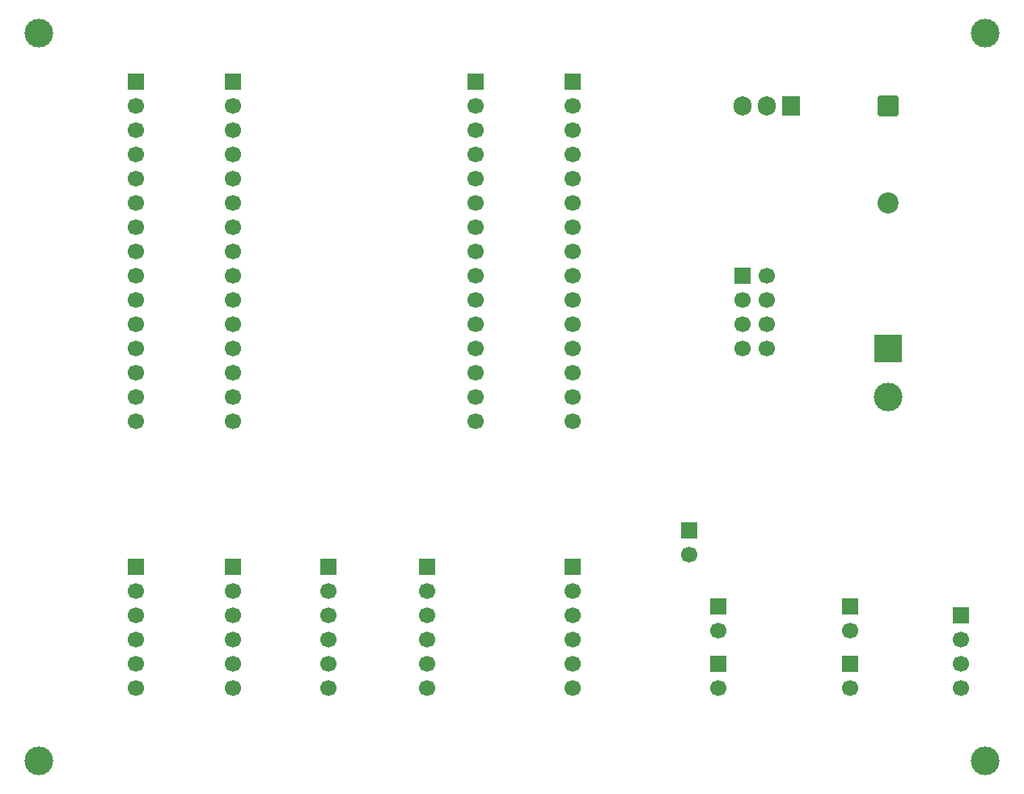
<source format=gbr>
%TF.GenerationSoftware,KiCad,Pcbnew,9.0.2*%
%TF.CreationDate,2025-06-11T20:50:33-03:00*%
%TF.ProjectId,rome,726f6d65-2e6b-4696-9361-645f70636258,0.1*%
%TF.SameCoordinates,Original*%
%TF.FileFunction,Soldermask,Bot*%
%TF.FilePolarity,Negative*%
%FSLAX46Y46*%
G04 Gerber Fmt 4.6, Leading zero omitted, Abs format (unit mm)*
G04 Created by KiCad (PCBNEW 9.0.2) date 2025-06-11 20:50:33*
%MOMM*%
%LPD*%
G01*
G04 APERTURE LIST*
G04 Aperture macros list*
%AMRoundRect*
0 Rectangle with rounded corners*
0 $1 Rounding radius*
0 $2 $3 $4 $5 $6 $7 $8 $9 X,Y pos of 4 corners*
0 Add a 4 corners polygon primitive as box body*
4,1,4,$2,$3,$4,$5,$6,$7,$8,$9,$2,$3,0*
0 Add four circle primitives for the rounded corners*
1,1,$1+$1,$2,$3*
1,1,$1+$1,$4,$5*
1,1,$1+$1,$6,$7*
1,1,$1+$1,$8,$9*
0 Add four rect primitives between the rounded corners*
20,1,$1+$1,$2,$3,$4,$5,0*
20,1,$1+$1,$4,$5,$6,$7,0*
20,1,$1+$1,$6,$7,$8,$9,0*
20,1,$1+$1,$8,$9,$2,$3,0*%
G04 Aperture macros list end*
%ADD10R,3.000000X3.000000*%
%ADD11C,3.000000*%
%ADD12R,1.700000X1.700000*%
%ADD13C,1.700000*%
%ADD14R,1.905000X2.000000*%
%ADD15O,1.905000X2.000000*%
%ADD16RoundRect,0.249999X-0.850001X0.850001X-0.850001X-0.850001X0.850001X-0.850001X0.850001X0.850001X0*%
%ADD17C,2.200000*%
G04 APERTURE END LIST*
D10*
%TO.C,J1*%
X182880000Y-101600000D03*
D11*
X182880000Y-106680000D03*
%TD*%
D12*
%TO.C,HV1*%
X124300000Y-124460000D03*
D13*
X124300000Y-127000000D03*
X124300000Y-129540000D03*
X124300000Y-132080000D03*
X124300000Y-134620000D03*
X124300000Y-137160000D03*
%TD*%
D12*
%TO.C,LVE1*%
X104140000Y-124460000D03*
D13*
X104140000Y-127000000D03*
X104140000Y-129540000D03*
X104140000Y-132080000D03*
X104140000Y-134620000D03*
X104140000Y-137160000D03*
%TD*%
D12*
%TO.C,DEVE1*%
X149860000Y-73660000D03*
D13*
X149860000Y-76200000D03*
X149860000Y-78740000D03*
X149860000Y-81280000D03*
X149860000Y-83820000D03*
X149860000Y-86360000D03*
X149860000Y-88900000D03*
X149860000Y-91440000D03*
X149860000Y-93980000D03*
X149860000Y-96520000D03*
X149860000Y-99060000D03*
X149860000Y-101600000D03*
X149860000Y-104140000D03*
X149860000Y-106680000D03*
X149860000Y-109220000D03*
%TD*%
D12*
%TO.C,HBE1*%
X149860000Y-124460000D03*
D13*
X149860000Y-127000000D03*
X149860000Y-129540000D03*
X149860000Y-132080000D03*
X149860000Y-134620000D03*
X149860000Y-137160000D03*
%TD*%
D12*
%TO.C,LV1*%
X114300000Y-124460000D03*
D13*
X114300000Y-127000000D03*
X114300000Y-129540000D03*
X114300000Y-132080000D03*
X114300000Y-134620000D03*
X114300000Y-137160000D03*
%TD*%
D11*
%TO.C,UNK_HOLE_1*%
X93980000Y-144780000D03*
%TD*%
%TO.C,UNK_HOLE_1*%
X93980000Y-68580000D03*
%TD*%
D12*
%TO.C,HBOUT2*%
X178900000Y-134620000D03*
D13*
X178900000Y-137160000D03*
%TD*%
D12*
%TO.C,HBIN1*%
X165100000Y-128620000D03*
D13*
X165100000Y-131160000D03*
%TD*%
D12*
%TO.C,HVE1*%
X134620000Y-124460000D03*
D13*
X134620000Y-127000000D03*
X134620000Y-129540000D03*
X134620000Y-132080000D03*
X134620000Y-134620000D03*
X134620000Y-137160000D03*
%TD*%
D12*
%TO.C,DEV1*%
X139700000Y-73660000D03*
D13*
X139700000Y-76200000D03*
X139700000Y-78740000D03*
X139700000Y-81280000D03*
X139700000Y-83820000D03*
X139700000Y-86360000D03*
X139700000Y-88900000D03*
X139700000Y-91440000D03*
X139700000Y-93980000D03*
X139700000Y-96520000D03*
X139700000Y-99060000D03*
X139700000Y-101600000D03*
X139700000Y-104140000D03*
X139700000Y-106680000D03*
X139700000Y-109220000D03*
%TD*%
D14*
%TO.C,U3*%
X172720000Y-76200000D03*
D15*
X170180000Y-76200000D03*
X167640000Y-76200000D03*
%TD*%
D12*
%TO.C,J2*%
X167640000Y-93980000D03*
D13*
X170180000Y-93980000D03*
X167640000Y-96520000D03*
X170180000Y-96520000D03*
X167640000Y-99060000D03*
X170180000Y-99060000D03*
X167640000Y-101600000D03*
X170180000Y-101600000D03*
%TD*%
D12*
%TO.C,DEV2*%
X114300000Y-73660000D03*
D13*
X114300000Y-76200000D03*
X114300000Y-78740000D03*
X114300000Y-81280000D03*
X114300000Y-83820000D03*
X114300000Y-86360000D03*
X114300000Y-88900000D03*
X114300000Y-91440000D03*
X114300000Y-93980000D03*
X114300000Y-96520000D03*
X114300000Y-99060000D03*
X114300000Y-101600000D03*
X114300000Y-104140000D03*
X114300000Y-106680000D03*
X114300000Y-109220000D03*
%TD*%
D12*
%TO.C,HBE2*%
X190500000Y-129540000D03*
D13*
X190500000Y-132080000D03*
X190500000Y-134620000D03*
X190500000Y-137160000D03*
%TD*%
D11*
%TO.C,UNK_HOLE_1*%
X193040000Y-144780000D03*
%TD*%
%TO.C,UNK_HOLE_1*%
X193040000Y-68580000D03*
%TD*%
D12*
%TO.C,HBIN2*%
X165100000Y-134620000D03*
D13*
X165100000Y-137160000D03*
%TD*%
D16*
%TO.C,D3*%
X182880000Y-76200000D03*
D17*
X182880000Y-86360000D03*
%TD*%
D12*
%TO.C,HBOUT1*%
X178900000Y-128620000D03*
D13*
X178900000Y-131160000D03*
%TD*%
D12*
%TO.C,HBP1*%
X162100000Y-120620000D03*
D13*
X162100000Y-123160000D03*
%TD*%
D12*
%TO.C,DEVE2*%
X104140000Y-73660000D03*
D13*
X104140000Y-76200000D03*
X104140000Y-78740000D03*
X104140000Y-81280000D03*
X104140000Y-83820000D03*
X104140000Y-86360000D03*
X104140000Y-88900000D03*
X104140000Y-91440000D03*
X104140000Y-93980000D03*
X104140000Y-96520000D03*
X104140000Y-99060000D03*
X104140000Y-101600000D03*
X104140000Y-104140000D03*
X104140000Y-106680000D03*
X104140000Y-109220000D03*
%TD*%
M02*

</source>
